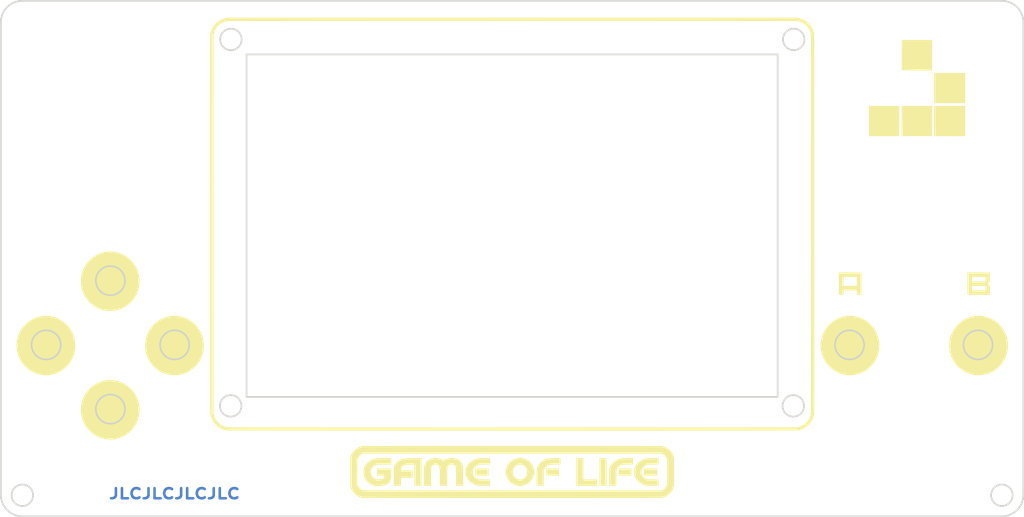
<source format=kicad_pcb>
(kicad_pcb (version 20241229) (generator "pcbnew") (generator_version "9.0")
  (layers (0 "F.Cu" signal) (2 "B.Cu" signal) (13 "F.Paste" user) (15 "B.Paste" user) (5 "F.SilkS" user "F.Silkscreen") (7 "B.SilkS" user "B.Silkscreen") (1 "F.Mask" user) (3 "B.Mask" user) (25 "Edge.Cuts" user))
  (net 0 "")
  (footprint "front panel:front" (layer "F.Cu") (at 123.75 79.2)
    (property "Reference" "G***" (hide yes))
    (property "Value" "LOGO" (hide yes))
    (fp_poly (pts (xy 11.158971 25.331151) (xy 11.164398 26.96764) (xy 10.74045 26.96764) (xy 10.316502 26.96764) (xy 10.321929 25.331151) (xy 10.327356 23.694662) (xy 10.74045 23.694662) (xy 11.153544 23.694662)) (fill yes) (layer "F.SilkS"))
    (fp_poly (pts (xy 17.138115 25.336447) (xy 17.138115 25.760133) (xy 16.354295 25.760133) (xy 15.570475 25.760133) (xy 15.570475 25.336447) (xy 15.570475 24.912761) (xy 16.354295 24.912761) (xy 17.138115 24.912761)) (fill yes) (layer "F.SilkS"))
    (fp_poly (pts (xy 45.758131 -16.174229) (xy 45.758131 -14.384153) (xy 43.968056 -14.384153) (xy 42.177981 -14.384153) (xy 42.177981 -16.174229) (xy 42.177981 -17.964304) (xy 43.968056 -17.964304) (xy 45.758131 -17.964304)) (fill yes) (layer "F.SilkS"))
    (fp_poly (pts (xy 53.553961 -20.072143) (xy 53.553961 -18.282068) (xy 51.721518 -18.282068) (xy 49.889074 -18.282068) (xy 49.889074 -20.072143) (xy 49.889074 -21.862219) (xy 51.721518 -21.862219) (xy 53.553961 -21.862219)) (fill yes) (layer "F.SilkS"))
    (fp_poly (pts (xy 53.553961 -16.174229) (xy 53.553961 -14.384153) (xy 51.721518 -14.384153) (xy 49.889074 -14.384153) (xy 49.889074 -16.174229) (xy 49.889074 -17.964304) (xy 51.721518 -17.964304) (xy 53.553961 -17.964304)) (fill yes) (layer "F.SilkS"))
    (fp_poly (pts (xy 8.410175 24.944537) (xy 8.410175 26.205004) (xy 9.215179 26.205004) (xy 10.020183 26.205004) (xy 10.020183 26.586322) (xy 10.020183 26.96764) (xy 8.802085 26.96764) (xy 7.583986 26.96764) (xy 7.583986 25.325855) (xy 7.583986 23.68407) (xy 7.997081 23.68407) (xy 8.410175 23.68407)) (fill yes) (layer "F.SilkS"))
    (fp_poly (pts (xy 49.656046 -16.174229) (xy 49.656046 -14.384153) (xy 47.841983 -14.384153) (xy 46.02792 -14.384153) (xy 46.041554 -15.872352) (xy 46.044054 -16.129222) (xy 46.046784 -16.38087) (xy 46.04968 -16.622936) (xy 46.052677 -16.851057) (xy 46.055709 -17.060872) (xy 46.058713 -17.248019) (xy 46.061623 -17.408137) (xy 46.064375 -17.536863) (xy 46.066905 -17.629837) (xy 46.068103 -17.662427) (xy 46.081018 -17.964304) (xy 47.868532 -17.964304) (xy 49.656046 -17.964304)) (fill yes) (layer "F.SilkS"))
    (fp_poly (pts (xy -2.796331 25.336447) (xy -2.796331 25.760133) (xy -3.566028 25.760133) (xy -3.742594 25.759758) (xy -3.905666 25.758688) (xy -4.050423 25.757012) (xy -4.172043 25.754815) (xy -4.265707 25.752186) (xy -4.326593 25.74921) (xy -4.349847 25.746011) (xy -4.354225 25.721373) (xy -4.358051 25.661118) (xy -4.361099 25.571995) (xy -4.363145 25.460755) (xy -4.363964 25.334146) (xy -4.36397 25.322324) (xy -4.36397 24.912761) (xy -3.58015 24.912761) (xy -2.796331 24.912761)) (fill yes) (layer "F.SilkS"))
    (fp_poly (pts (xy 5.529107 25.336447) (xy 5.529107 25.760133) (xy 4.791187 25.760133) (xy 4.618397 25.759742) (xy 4.459178 25.758628) (xy 4.318457 25.756885) (xy 4.201163 25.754606) (xy 4.112226 25.751883) (xy 4.056573 25.748807) (xy 4.039143 25.746011) (xy 4.034766 25.721373) (xy 4.03094 25.661118) (xy 4.027892 25.571995) (xy 4.025845 25.460755) (xy 4.025026 25.334146) (xy 4.025021 25.322324) (xy 4.025021 24.912761) (xy 4.777064 24.912761) (xy 5.529107 24.912761)) (fill yes) (layer "F.SilkS"))
    (fp_poly (pts (xy 14.108757 25.336447) (xy 14.108757 25.760133) (xy 13.370836 25.760133) (xy 13.198047 25.759742) (xy 13.038827 25.758628) (xy 12.898106 25.756885) (xy 12.780813 25.754606) (xy 12.691875 25.751883) (xy 12.636223 25.748807) (xy 12.618793 25.746011) (xy 12.614415 25.721373) (xy 12.61059 25.661118) (xy 12.607541 25.571995) (xy 12.605495 25.460755) (xy 12.604676 25.334146) (xy 12.60467 25.322324) (xy 12.60467 24.912761) (xy 13.356714 24.912761) (xy 14.108757 24.912761)) (fill yes) (layer "F.SilkS"))
    (fp_poly (pts (xy 41.28824 3.061134) (xy 41.28824 4.385154) (xy 41.012844 4.385154) (xy 40.737448 4.385154) (xy 40.737448 4.12035) (xy 40.737448 3.855546) (xy 39.953628 3.855546) (xy 39.169808 3.855546) (xy 39.169808 4.12035) (xy 39.169808 4.385154) (xy 38.894412 4.385154) (xy 38.619016 4.385154) (xy 38.619016 3.061134) (xy 38.619016 2.79633) (xy 39.169808 2.79633) (xy 39.169808 3.325938) (xy 39.953628 3.325938) (xy 40.737448 3.325938) (xy 40.737448 2.79633) (xy 40.737448 2.266722) (xy 39.953628 2.266722) (xy 39.169808 2.266722) (xy 39.169808 2.79633) (xy 38.619016 2.79633) (xy 38.619016 1.737114) (xy 39.953628 1.737114) (xy 41.28824 1.737114)) (fill yes) (layer "F.SilkS"))
    (fp_poly (pts (xy 49.65596 -24.208382) (xy 49.655756 -23.947527) (xy 49.655192 -23.692923) (xy 49.6543 -23.448697) (xy 49.653112 -23.218977) (xy 49.651658 -23.007891) (xy 49.649971 -22.819566) (xy 49.648082 -22.658131) (xy 49.646021 -22.527712) (xy 49.643822 -22.432439) (xy 49.642099 -22.38653) (xy 49.628324 -22.11643) (xy 49.499191 -22.119993) (xy 49.451683 -22.121091) (xy 49.366694 -22.122826) (xy 49.249107 -22.125107) (xy 49.103804 -22.127843) (xy 48.935666 -22.130943) (xy 48.749576 -22.134316) (xy 48.550416 -22.137871) (xy 48.374395 -22.14097) (xy 48.14146 -22.145084) (xy 47.895274 -22.149504) (xy 47.64459 -22.154068) (xy 47.398158 -22.158615) (xy 47.164733 -22.162981) (xy 46.953065 -22.167006) (xy 46.771909 -22.170528) (xy 46.716722 -22.171624) (xy 46.054712 -22.184864) (xy 46.054712 -23.972499) (xy 46.054712 -25.760133) (xy 47.855379 -25.760133) (xy 49.656046 -25.760133)) (fill yes) (layer "F.SilkS"))
    (fp_poly (pts (xy 56.477398 2.271448) (xy 56.477398 2.805782) (xy 56.350245 2.934075) (xy 56.223092 3.062368) (xy 56.350245 3.188194) (xy 56.477398 3.31402) (xy 56.477398 3.849587) (xy 56.477398 4.385154) (xy 55.153377 4.385154) (xy 53.829357 4.385154) (xy 53.829357 3.590742) (xy 54.358965 3.590742) (xy 54.358965 3.855546) (xy 55.153377 3.855546) (xy 55.94779 3.855546) (xy 55.94779 3.590742) (xy 55.94779 3.325938) (xy 55.153377 3.325938) (xy 54.358965 3.325938) (xy 54.358965 3.590742) (xy 53.829357 3.590742) (xy 53.829357 3.061134) (xy 53.829357 2.531526) (xy 54.358965 2.531526) (xy 54.358965 2.79633) (xy 55.153377 2.79633) (xy 55.94779 2.79633) (xy 55.94779 2.531526) (xy 55.94779 2.266722) (xy 55.153377 2.266722) (xy 54.358965 2.266722) (xy 54.358965 2.531526) (xy 53.829357 2.531526) (xy 53.829357 1.737114) (xy 55.153377 1.737114) (xy 56.477398 1.737114)) (fill yes) (layer "F.SilkS"))
    (fp_poly (pts (xy -10.740451 25.323707) (xy -10.740451 26.96764) (xy -11.153377 26.96764) (xy -11.566303 26.96764) (xy -11.571767 25.712469) (xy -11.577231 24.457298) (xy -11.937365 24.451055) (xy -12.072118 24.450271) (xy -12.206522 24.452218) (xy -12.328704 24.45654) (xy -12.426792 24.462878) (xy -12.465381 24.466989) (xy -12.644217 24.505069) (xy -12.802536 24.567482) (xy -12.936394 24.650897) (xy -13.041849 24.751983) (xy -13.114956 24.86741) (xy -13.151771 24.993846) (xy -13.155463 25.049778) (xy -13.155463 25.145788) (xy -12.466973 25.145788) (xy -11.778482 25.145788) (xy -11.778482 25.580067) (xy -11.778482 26.014345) (xy -12.466973 26.014345) (xy -13.155463 26.014345) (xy -13.155463 26.490992) (xy -13.155463 26.96764) (xy -13.579846 26.96764) (xy -14.004228 26.96764) (xy -13.998236 25.81839) (xy -13.992244 24.669141) (xy -13.926597 24.531443) (xy -13.810321 24.336219) (xy -13.659143 24.163952) (xy -13.474327 24.015524) (xy -13.257135 23.891818) (xy -13.00883 23.793715) (xy -12.784738 23.733402) (xy -12.737978 23.72501) (xy -12.677459 23.717827) (xy -12.59936 23.711703) (xy -12.499857 23.706489) (xy -12.375131 23.702034) (xy -12.221358 23.698187) (xy -12.034717 23.694798) (xy -11.811388 23.691718) (xy -11.688449 23.690287) (xy -10.740451 23.679773)) (fill yes) (layer "F.SilkS"))
    (fp_poly (pts (xy 5.698582 24.065388) (xy 5.698582 24.446706) (xy 5.129497 24.446706) (xy 4.927491 24.447434) (xy 4.762406 24.449977) (xy 4.628811 24.454875) (xy 4.521278 24.462665) (xy 4.434378 24.473886) (xy 4.362681 24.489076) (xy 4.300758 24.508774) (xy 4.24318 24.533519) (xy 4.24032 24.534897) (xy 4.129597 24.604152) (xy 4.016329 24.701904) (xy 3.911827 24.81661) (xy 3.827401 24.936727) (xy 3.803056 24.981149) (xy 3.72844 25.130296) (xy 3.72844 26.048968) (xy 3.72844 26.96764) (xy 3.304754 26.96764) (xy 2.881067 26.96764) (xy 2.881067 25.997612) (xy 2.881201 25.752572) (xy 2.881892 25.545695) (xy 2.883575 25.372774) (xy 2.886685 25.229604) (xy 2.891657 25.111978) (xy 2.898924 25.015691) (xy 2.908923 24.936537) (xy 2.922087 24.870309) (xy 2.938851 24.812802) (xy 2.959651 24.75981) (xy 2.98492 24.707127) (xy 3.015094 24.650547) (xy 3.021504 24.638851) (xy 3.162209 24.422861) (xy 3.333564 24.227409) (xy 3.529988 24.056419) (xy 3.745902 23.913812) (xy 3.975725 23.803511) (xy 4.213877 23.729438) (xy 4.350056 23.70508) (xy 4.411722 23.699834) (xy 4.508461 23.695065) (xy 4.632978 23.690972) (xy 4.777978 23.687752) (xy 4.936165 23.685603) (xy 5.100125 23.684724) (xy 5.698582 23.68407)) (fill yes) (layer "F.SilkS"))
    (fp_poly (pts (xy 14.278232 24.063264) (xy 14.278232 24.446706) (xy 13.709146 24.446706) (xy 13.507493 24.447425) (xy 13.342716 24.449946) (xy 13.20934 24.454815) (xy 13.10189 24.462579) (xy 13.014892 24.473783) (xy 12.942872 24.488975) (xy 12.880355 24.5087) (xy 12.821867 24.533504) (xy 12.817254 24.535697) (xy 12.727504 24.59209) (xy 12.628844 24.675811) (xy 12.531387 24.776331) (xy 12.44525 24.883121) (xy 12.380545 24.985651) (xy 12.375483 24.995585) (xy 12.30809 25.131371) (xy 12.30809 26.049505) (xy 12.30809 26.96764) (xy 11.884403 26.96764) (xy 11.460717 26.96764) (xy 11.460968 25.998457) (xy 11.461143 25.756712) (xy 11.461799 25.553079) (xy 11.46334 25.383302) (xy 11.466167 25.243123) (xy 11.470682 25.128287) (xy 11.47729 25.034537) (xy 11.486391 24.957617) (xy 11.498389 24.893269) (xy 11.513685 24.837237) (xy 11.532683 24.785265) (xy 11.555785 24.733097) (xy 11.583393 24.676475) (xy 11.586568 24.670101) (xy 11.718354 24.45235) (xy 11.885496 24.253804) (xy 12.084191 24.077498) (xy 12.310635 23.926464) (xy 12.561024 23.803735) (xy 12.763553 23.731692) (xy 12.804686 23.72217) (xy 12.862137 23.714213) (xy 12.940148 23.707602) (xy 13.042966 23.702117) (xy 13.174833 23.697539) (xy 13.339995 23.693647) (xy 13.542694 23.690223) (xy 13.573853 23.689775) (xy 14.278232 23.679823)) (fill yes) (layer "F.SilkS"))
    (fp_poly (pts (xy -39.764697 6.867496) (xy -39.511938 6.88645) (xy -39.279491 6.92035) (xy -39.201585 6.936587) (xy -38.835319 7.040908) (xy -38.490562 7.179869) (xy -38.16851 7.350929) (xy -37.870361 7.551545) (xy -37.597312 7.779174) (xy -37.350558 8.031276) (xy -37.131298 8.305308) (xy -36.940728 8.598728) (xy -36.780045 8.908994) (xy -36.650446 9.233563) (xy -36.553127 9.569895) (xy -36.489285 9.915446) (xy -36.460118 10.267675) (xy -36.466822 10.624039) (xy -36.510594 10.981997) (xy -36.59263 11.339007) (xy -36.714129 11.692526) (xy -36.835722 11.961546) (xy -37.025195 12.293839) (xy -37.245164 12.598937) (xy -37.492964 12.875421) (xy -37.765933 13.121867) (xy -38.061406 13.336856) (xy -38.37672 13.518964) (xy -38.709212 13.666772) (xy -39.056217 13.778858) (xy -39.415072 13.8538) (xy -39.783114 13.890176) (xy -40.157679 13.886567) (xy -40.398499 13.862762) (xy -40.765448 13.792817) (xy -41.118174 13.684519) (xy -41.454402 13.540162) (xy -41.771858 13.362042) (xy -42.068267 13.152454) (xy -42.341353 12.913694) (xy -42.588841 12.648056) (xy -42.808457 12.357837) (xy -42.997925 12.045331) (xy -43.15497 11.712834) (xy -43.277319 11.362641) (xy -43.362694 10.997047) (xy -43.385743 10.848807) (xy -43.400007 10.697782) (xy -43.407429 10.51964) (xy -43.408171 10.328474) (xy -43.402394 10.138374) (xy -43.390262 9.963431) (xy -43.374037 9.830553) (xy -43.293733 9.45486) (xy -43.176098 9.095716) (xy -43.02325 8.755283) (xy -42.83731 8.43572) (xy -42.620396 8.139189) (xy -42.374629 7.867849) (xy -42.102129 7.62386) (xy -41.805015 7.409385) (xy -41.485407 7.226581) (xy -41.145425 7.077611) (xy -40.787189 6.964634) (xy -40.502373 6.903891) (xy -40.274163 6.875858) (xy -40.023522 6.863846)) (fill yes) (layer "F.SilkS"))
    (fp_poly (pts (xy 40.278777 6.876845) (xy 40.477386 6.899704) (xy 40.502372 6.903797) (xy 40.871268 6.987196) (xy 41.221185 7.106717) (xy 41.550676 7.259915) (xy 41.858294 7.444342) (xy 42.142594 7.65755) (xy 42.402127 7.897092) (xy 42.635448 8.160521) (xy 42.841109 8.445389) (xy 43.017664 8.749249) (xy 43.163666 9.069653) (xy 43.277668 9.404155) (xy 43.358225 9.750306) (xy 43.403888 10.10566) (xy 43.413211 10.467768) (xy 43.384748 10.834184) (xy 43.317051 11.20246) (xy 43.227833 11.514379) (xy 43.08809 11.866696) (xy 42.912775 12.198266) (xy 42.70439 12.506926) (xy 42.465438 12.790513) (xy 42.198422 13.046866) (xy 41.905844 13.273823) (xy 41.590206 13.469222) (xy 41.25401 13.6309) (xy 40.899761 13.756695) (xy 40.531149 13.844231) (xy 40.39083 13.863676) (xy 40.223063 13.877584) (xy 40.040721 13.885682) (xy 39.856675 13.887695) (xy 39.683799 13.883351) (xy 39.534963 13.872375) (xy 39.487573 13.866435) (xy 39.126632 13.797146) (xy 38.787519 13.695827) (xy 38.461352 13.559639) (xy 38.344132 13.500869) (xy 38.018696 13.307463) (xy 37.721263 13.084272) (xy 37.452807 12.834139) (xy 37.214304 12.559907) (xy 37.00673 12.264421) (xy 36.831061 11.950524) (xy 36.688271 11.621059) (xy 36.579337 11.278871) (xy 36.505235 10.926802) (xy 36.466939 10.567698) (xy 36.465425 10.2044) (xy 36.501669 9.839754) (xy 36.576646 9.476602) (xy 36.691333 9.117789) (xy 36.772825 8.92079) (xy 36.947621 8.582057) (xy 37.156759 8.266073) (xy 37.397692 7.975501) (xy 37.66787 7.713) (xy 37.964744 7.481234) (xy 38.285767 7.282863) (xy 38.39658 7.225177) (xy 38.588489 7.134947) (xy 38.769576 7.062105) (xy 38.956443 7.00072) (xy 39.165691 6.944857) (xy 39.212176 6.93371) (xy 39.393494 6.900485) (xy 39.603356 6.877895) (xy 39.829219 6.866232) (xy 40.05854 6.865785)) (fill yes) (layer "F.SilkS"))
    (fp_poly (pts (xy -47.027072 14.498005) (xy -46.66168 14.573683) (xy -46.304668 14.690769) (xy -46.06137 14.796452) (xy -45.722372 14.981684) (xy -45.410026 15.199061) (xy -45.125839 15.446623) (xy -44.871322 15.722412) (xy -44.647982 16.024471) (xy -44.457328 16.350842) (xy -44.300869 16.699567) (xy -44.180113 17.068687) (xy -44.122655 17.312771) (xy -44.095297 17.49224) (xy -44.078013 17.700162) (xy -44.070797 17.923838) (xy -44.073642 18.150569) (xy -44.086541 18.367655) (xy -44.109488 18.562399) (xy -44.123346 18.640632) (xy -44.219426 19.016774) (xy -44.351568 19.374361) (xy -44.517698 19.71135) (xy -44.715743 20.025699) (xy -44.943629 20.315366) (xy -45.199282 20.578309) (xy -45.480628 20.812485) (xy -45.785594 21.015852) (xy -46.112105 21.186367) (xy -46.458089 21.321989) (xy -46.821471 21.420676) (xy -46.976231 21.450192) (xy -47.109325 21.467724) (xy -47.266562 21.480919) (xy -47.435147 21.489361) (xy -47.602286 21.492635) (xy -47.755183 21.490325) (xy -47.881044 21.482017) (xy -47.897748 21.480111) (xy -48.244099 21.420975) (xy -48.58215 21.330863) (xy -48.901909 21.212815) (xy -49.125143 21.107019) (xy -49.460448 20.907443) (xy -49.766869 20.677359) (xy -50.043285 20.418263) (xy -50.288575 20.131652) (xy -50.501617 19.819022) (xy -50.681291 19.481871) (xy -50.826475 19.121696) (xy -50.936047 18.739993) (xy -50.952111 18.668138) (xy -50.975325 18.525134) (xy -50.991876 18.351226) (xy -51.001685 18.157363) (xy -51.004672 17.954493) (xy -51.000758 17.753567) (xy -50.989864 17.565534) (xy -50.971911 17.401343) (xy -50.961734 17.339366) (xy -50.872062 16.968715) (xy -50.745824 16.615363) (xy -50.585311 16.281378) (xy -50.392815 15.968833) (xy -50.170627 15.679798) (xy -49.921039 15.416342) (xy -49.646342 15.180537) (xy -49.348827 14.974452) (xy -49.030785 14.800159) (xy -48.694509 14.659728) (xy -48.342288 14.55523) (xy -47.976415 14.488734) (xy -47.786531 14.470206) (xy -47.401728 14.463568)) (fill yes) (layer "F.SilkS"))
    (fp_poly (pts (xy 17.307589 24.061555) (xy 17.307589 24.443157) (xy 16.624395 24.450435) (xy 15.941201 24.457713) (xy 15.830024 24.516099) (xy 15.705316 24.597091) (xy 15.579858 24.705547) (xy 15.465925 24.829116) (xy 15.375795 24.955451) (xy 15.353454 24.995477) (xy 15.285129 25.165354) (xy 15.258529 25.329496) (xy 15.273691 25.489733) (xy 15.330651 25.647899) (xy 15.368048 25.715802) (xy 15.448792 25.828727) (xy 15.55091 25.942269) (xy 15.662111 26.044249) (xy 15.770107 26.122489) (xy 15.790347 26.134276) (xy 15.898832 26.194412) (xy 16.603211 26.200768) (xy 17.307589 26.207124) (xy 17.307589 26.587382) (xy 17.307589 26.96764) (xy 16.582026 26.965875) (xy 16.367115 26.964896) (xy 16.190358 26.962997) (xy 16.047549 26.96002) (xy 15.934479 26.955806) (xy 15.846942 26.950194) (xy 15.78073 26.943026) (xy 15.731636 26.934143) (xy 15.729357 26.933603) (xy 15.609889 26.895747) (xy 15.470284 26.836923) (xy 15.322832 26.763431) (xy 15.179827 26.681569) (xy 15.053561 26.597636) (xy 15.011755 26.565897) (xy 14.83477 26.403229) (xy 14.681534 26.217837) (xy 14.558045 26.018167) (xy 14.470299 25.812666) (xy 14.464806 25.7956) (xy 14.449512 25.741231) (xy 14.438822 25.686014) (xy 14.432171 25.621612) (xy 14.42899 25.539682) (xy 14.428712 25.431884) (xy 14.430692 25.294078) (xy 14.433638 25.157593) (xy 14.437342 25.055243) (xy 14.44283 24.978795) (xy 14.451127 24.920018) (xy 14.463256 24.870678) (xy 14.480243 24.822542) (xy 14.493392 24.790341) (xy 14.614726 24.555128) (xy 14.771825 24.339615) (xy 14.961386 24.147106) (xy 15.180106 23.980907) (xy 15.424681 23.844323) (xy 15.450991 23.832167) (xy 15.526028 23.79884) (xy 15.593295 23.771598) (xy 15.658161 23.749759) (xy 15.725999 23.73264) (xy 15.802179 23.719559) (xy 15.892073 23.709833) (xy 16.001052 23.70278) (xy 16.134487 23.697717) (xy 16.297749 23.693962) (xy 16.496211 23.690832) (xy 16.571434 23.689806) (xy 17.307589 23.679953)) (fill yes) (layer "F.SilkS"))
    (fp_poly (pts (xy -54.979078 6.876509) (xy -54.849614 6.878249) (xy -54.746276 6.881926) (xy -54.660948 6.888084) (xy -54.585513 6.89727) (xy -54.511854 6.910029) (xy -54.451165 6.922647) (xy -54.082608 7.02403) (xy -53.730794 7.162547) (xy -53.398212 7.335981) (xy -53.087351 7.542115) (xy -52.800701 7.778731) (xy -52.54075 8.043612) (xy -52.309987 8.33454) (xy -52.110902 8.649297) (xy -51.945982 8.985666) (xy -51.849629 9.240481) (xy -51.795293 9.41092) (xy -51.753603 9.562) (xy -51.722992 9.704159) (xy -51.701893 9.847834) (xy -51.688737 10.003462) (xy -51.681957 10.18148) (xy -51.68001 10.369725) (xy -51.68019 10.530492) (xy -51.681797 10.657421) (xy -51.685429 10.759035) (xy -51.691688 10.843856) (xy -51.701171 10.920407) (xy -51.714479 10.997211) (xy -51.729193 11.068807) (xy -51.788812 11.31546) (xy -51.858111 11.537807) (xy -51.943338 11.75377) (xy -52.03935 11.958549) (xy -52.226582 12.288772) (xy -52.444542 12.592514) (xy -52.690465 12.868293) (xy -52.961584 13.114624) (xy -53.255134 13.330022) (xy -53.568346 13.513005) (xy -53.898456 13.662089) (xy -54.242697 13.775789) (xy -54.598302 13.852621) (xy -54.962505 13.891102) (xy -55.33254 13.889748) (xy -55.592427 13.864457) (xy -55.967173 13.792454) (xy -56.327636 13.68156) (xy -56.671319 13.533585) (xy -56.995723 13.350335) (xy -57.298348 13.133618) (xy -57.576696 12.885241) (xy -57.828269 12.607012) (xy -58.050568 12.300738) (xy -58.241094 11.968227) (xy -58.256455 11.937364) (xy -58.406616 11.585624) (xy -58.515974 11.223686) (xy -58.58474 10.850535) (xy -58.613125 10.46516) (xy -58.611052 10.232592) (xy -58.575873 9.843577) (xy -58.500916 9.468923) (xy -58.386583 9.109545) (xy -58.233274 8.766359) (xy -58.041391 8.44028) (xy -57.811334 8.132223) (xy -57.58014 7.879282) (xy -57.297009 7.622452) (xy -56.998137 7.403672) (xy -56.68046 7.221272) (xy -56.340915 7.073579) (xy -55.976437 6.958922) (xy -55.827896 6.923027) (xy -55.751951 6.907265) (xy -55.679574 6.895439) (xy -55.602743 6.887001) (xy -55.513432 6.881401) (xy -55.403617 6.878091) (xy -55.265273 6.876521) (xy -55.142786 6.876159)) (fill yes) (layer "F.SilkS"))
    (fp_poly (pts (xy -3.240606 23.688627) (xy -3.230609 23.688721) (xy -2.616264 23.694662) (xy -2.610485 24.069123) (xy -2.604707 24.443583) (xy -3.288384 24.45044) (xy -3.97206 24.457298) (xy -4.09612 24.515413) (xy -4.207992 24.583122) (xy -4.324697 24.679895) (xy -4.435968 24.795209) (xy -4.531537 24.918541) (xy -4.59527 25.026944) (xy -4.633164 25.110833) (xy -4.654631 25.179561) (xy -4.664129 25.252838) (xy -4.666126 25.340291) (xy -4.663963 25.431677) (xy -4.65452 25.501224) (xy -4.63336 25.567585) (xy -4.596047 25.649411) (xy -4.589401 25.66292) (xy -4.512892 25.787469) (xy -4.410377 25.911686) (xy -4.293157 26.024047) (xy -4.172533 26.113028) (xy -4.118354 26.14326) (xy -4.088888 26.157223) (xy -4.059988 26.168467) (xy -4.026745 26.177369) (xy -3.984249 26.184308) (xy -3.927592 26.189661) (xy -3.851862 26.193804) (xy -3.752152 26.197117) (xy -3.623552 26.199975) (xy -3.461152 26.202758) (xy -3.315346 26.205004) (xy -2.616264 26.215596) (xy -2.610479 26.591618) (xy -2.604694 26.96764) (xy -3.341338 26.965875) (xy -3.557893 26.964908) (xy -3.736216 26.963041) (xy -3.880439 26.96012) (xy -3.994691 26.955991) (xy -4.083104 26.9505) (xy -4.149807 26.943495) (xy -4.198933 26.934821) (xy -4.203266 26.9338) (xy -4.362501 26.882239) (xy -4.535126 26.804084) (xy -4.710157 26.706074) (xy -4.876612 26.594946) (xy -5.023508 26.477438) (xy -5.139863 26.360289) (xy -5.141829 26.357965) (xy -5.24251 26.2265) (xy -5.335172 26.083208) (xy -5.410926 25.94268) (xy -5.449444 25.852936) (xy -5.472262 25.765264) (xy -5.489778 25.646246) (xy -5.501676 25.506609) (xy -5.507643 25.357082) (xy -5.507365 25.208391) (xy -5.500529 25.071265) (xy -5.486819 24.956431) (xy -5.477057 24.909819) (xy -5.40427 24.707089) (xy -5.29428 24.511538) (xy -5.152148 24.327344) (xy -4.982933 24.158689) (xy -4.791696 24.009752) (xy -4.583497 23.884716) (xy -4.363395 23.787759) (xy -4.13645 23.723063) (xy -4.016955 23.703502) (xy -3.950177 23.698271) (xy -3.848459 23.693954) (xy -3.719222 23.690692) (xy -3.569886 23.688624) (xy -3.407874 23.687889)) (fill yes) (layer "F.SilkS"))
    (fp_poly (pts (xy 55.369661 6.876196) (xy 55.548774 6.886292) (xy 55.706031 6.902069) (xy 55.82616 6.922338) (xy 56.201774 7.024788) (xy 56.551556 7.159967) (xy 56.878389 7.329447) (xy 57.185152 7.534798) (xy 57.474726 7.777593) (xy 57.580139 7.879282) (xy 57.834893 8.160072) (xy 58.052624 8.456668) (xy 58.235102 8.772379) (xy 58.384099 9.110512) (xy 58.501385 9.474373) (xy 58.556418 9.702419) (xy 58.578726 9.840146) (xy 58.594801 10.008726) (xy 58.604544 10.197086) (xy 58.607855 10.394157) (xy 58.604634 10.588868) (xy 58.594781 10.770148) (xy 58.578196 10.926927) (xy 58.568035 10.989065) (xy 58.475726 11.369838) (xy 58.347253 11.731704) (xy 58.184536 12.0727) (xy 57.989495 12.390863) (xy 57.764053 12.684229) (xy 57.510129 12.950836) (xy 57.229645 13.18872) (xy 56.924521 13.395918) (xy 56.596678 13.570466) (xy 56.248037 13.710401) (xy 55.880519 13.813761) (xy 55.784659 13.833902) (xy 55.591302 13.86307) (xy 55.372237 13.881558) (xy 55.142857 13.888964) (xy 54.918555 13.88489) (xy 54.714726 13.868934) (xy 54.667981 13.862931) (xy 54.377016 13.806623) (xy 54.077256 13.720298) (xy 53.780847 13.608583) (xy 53.499938 13.476107) (xy 53.246678 13.327498) (xy 53.225604 13.313455) (xy 52.918321 13.081283) (xy 52.640624 12.819523) (xy 52.393832 12.530153) (xy 52.179266 12.215146) (xy 51.998247 11.876479) (xy 51.852095 11.516126) (xy 51.74213 11.136064) (xy 51.727706 11.072289) (xy 51.706911 10.945539) (xy 51.691401 10.787389) (xy 51.68126 10.608116) (xy 51.67657 10.417997) (xy 51.677414 10.227309) (xy 51.683876 10.046331) (xy 51.696038 9.885339) (xy 51.713985 9.754611) (xy 51.716919 9.739527) (xy 51.81586 9.349456) (xy 51.948966 8.982389) (xy 52.115619 8.639746) (xy 52.3152 8.322947) (xy 52.359706 8.261885) (xy 52.515861 8.071679) (xy 52.700465 7.878063) (xy 52.902061 7.691651) (xy 53.109188 7.523054) (xy 53.305413 7.386027) (xy 53.554866 7.24522) (xy 53.831646 7.119228) (xy 54.121748 7.013559) (xy 54.411166 6.933721) (xy 54.507256 6.913375) (xy 54.640935 6.894018) (xy 54.80433 6.880691) (xy 54.987125 6.873325) (xy 55.179007 6.871851)) (fill yes) (layer "F.SilkS"))
    (fp_poly (pts (xy -47.375774 -0.728331) (xy -47.247718 -0.726047) (xy -47.144875 -0.72162) (xy -47.05867 -0.714446) (xy -46.980531 -0.70392) (xy -46.901886 -0.689439) (xy -46.865033 -0.681685) (xy -46.515498 -0.587697) (xy -46.175551 -0.460236) (xy -45.853942 -0.303089) (xy -45.55942 -0.120043) (xy -45.546289 -0.110794) (xy -45.405731 -0.001927) (xy -45.252257 0.132755) (xy -45.095757 0.283361) (xy -44.946123 0.44) (xy -44.813248 0.592782) (xy -44.715133 0.720267) (xy -44.51596 1.03717) (xy -44.35081 1.375994) (xy -44.221398 1.731372) (xy -44.12944 2.097937) (xy -44.076651 2.470322) (xy -44.063775 2.758173) (xy -44.083425 3.142743) (xy -44.14236 3.516054) (xy -44.238727 3.875822) (xy -44.370674 4.219759) (xy -44.536348 4.54558) (xy -44.733897 4.850998) (xy -44.961469 5.133729) (xy -45.21721 5.391485) (xy -45.499269 5.62198) (xy -45.805793 5.822929) (xy -46.134928 5.992046) (xy -46.484824 6.127044) (xy -46.853627 6.225637) (xy -46.877697 6.230627) (xy -46.991104 6.248475) (xy -47.134489 6.263154) (xy -47.296799 6.27427) (xy -47.466987 6.281427) (xy -47.634 6.284232) (xy -47.786789 6.282291) (xy -47.914304 6.275208) (xy -47.966192 6.269469) (xy -48.351312 6.19534) (xy -48.719477 6.08256) (xy -49.069695 5.9316) (xy -49.400973 5.742927) (xy -49.712317 5.517011) (xy -49.893934 5.359345) (xy -50.159682 5.084405) (xy -50.392249 4.783471) (xy -50.591005 4.457667) (xy -50.75532 4.10812) (xy -50.884564 3.735955) (xy -50.952844 3.467118) (xy -50.968777 3.389005) (xy -50.980714 3.315269) (xy -50.98921 3.237781) (xy -50.994814 3.148413) (xy -50.998081 3.039034) (xy -50.99956 2.901515) (xy -50.999829 2.775146) (xy -50.99793 2.56731) (xy -50.991227 2.391675) (xy -50.978214 2.238202) (xy -50.957387 2.096852) (xy -50.927238 1.957587) (xy -50.886262 1.810367) (xy -50.832953 1.645153) (xy -50.828224 1.631193) (xy -50.688096 1.282666) (xy -50.511987 0.952663) (xy -50.30267 0.643941) (xy -50.062918 0.35926) (xy -49.795502 0.101381) (xy -49.503196 -0.12694) (xy -49.188771 -0.32294) (xy -48.855001 -0.483863) (xy -48.612909 -0.573645) (xy -48.448703 -0.624854) (xy -48.302959 -0.663848) (xy -48.165132 -0.692149) (xy -48.024677 -0.711283) (xy -47.871048 -0.722774) (xy -47.693701 -0.728146) (xy -47.537615 -0.729075)) (fill yes) (layer "F.SilkS"))
    (fp_poly (pts (xy 1.199354 23.687279) (xy 1.447528 23.746613) (xy 1.687202 23.84399) (xy 1.789316 23.899397) (xy 1.891604 23.969743) (xy 2.005779 24.06478) (xy 2.121825 24.1746) (xy 2.229726 24.289296) (xy 2.319467 24.398961) (xy 2.369789 24.473571) (xy 2.436519 24.606153) (xy 2.498331 24.764524) (xy 2.54953 24.932111) (xy 2.584422 25.09234) (xy 2.586195 25.103419) (xy 2.603042 25.345954) (xy 2.580745 25.591033) (xy 2.521661 25.832668) (xy 2.428148 26.064869) (xy 2.302562 26.281648) (xy 2.14726 26.477016) (xy 1.986264 26.627788) (xy 1.825654 26.739722) (xy 1.640909 26.838881) (xy 1.450091 26.916249) (xy 1.347111 26.946747) (xy 1.202352 26.972798) (xy 1.033745 26.986742) (xy 0.856218 26.988586) (xy 0.684693 26.978336) (xy 0.534098 26.956002) (xy 0.49292 26.946344) (xy 0.343051 26.896706) (xy 0.180949 26.825589) (xy 0.02446 26.741351) (xy -0.060583 26.687119) (xy -0.221786 26.555441) (xy -0.373856 26.39116) (xy -0.509273 26.204009) (xy -0.620519 26.003722) (xy -0.662075 25.908424) (xy -0.730831 25.67952) (xy -0.762602 25.438648) (xy -0.760889 25.336447) (xy 0.075567 25.336447) (xy 0.07631 25.435536) (xy 0.081867 25.507675) (xy 0.095297 25.568244) (xy 0.119657 25.632625) (xy 0.146004 25.690663) (xy 0.239189 25.847406) (xy 0.359479 25.983289) (xy 0.499883 26.092652) (xy 0.65341 26.169839) (xy 0.781079 26.204634) (xy 0.86195 26.217416) (xy 0.919467 26.222429) (xy 0.971928 26.219675) (xy 1.037628 26.209158) (xy 1.06162 26.204685) (xy 1.233962 26.15166) (xy 1.388029 26.063872) (xy 1.520081 25.946354) (xy 1.626378 25.80414) (xy 1.703177 25.642264) (xy 1.746739 25.465762) (xy 1.753323 25.279666) (xy 1.752939 25.274375) (xy 1.719318 25.081422) (xy 1.650813 24.905672) (xy 1.550654 24.751545) (xy 1.422072 24.623463) (xy 1.268296 24.525846) (xy 1.178593 24.488291) (xy 1.04223 24.456441) (xy 0.893139 24.448045) (xy 0.750151 24.46338) (xy 0.683934 24.481002) (xy 0.5319 24.552745) (xy 0.388593 24.658554) (xy 0.262648 24.790127) (xy 0.162698 24.939162) (xy 0.124737 25.018682) (xy 0.09925 25.091487) (xy 0.08409 25.167486) (xy 0.076963 25.261503) (xy 0.075567 25.336447) (xy -0.760889 25.336447) (xy -0.758475 25.192423) (xy -0.719538 24.947463) (xy -0.646882 24.710384) (xy -0.541593 24.487804) (xy -0.40476 24.286338) (xy -0.392853 24.271776) (xy -0.212849 24.086598) (xy -0.009428 23.934015) (xy 0.212851 23.814807) (xy 0.449429 23.729751) (xy 0.695744 23.679626) (xy 0.947239 23.665209)) (fill yes) (layer "F.SilkS"))
    (fp_poly (pts (xy -14.304229 24.069402) (xy -14.298449 24.444142) (xy -15.172786 24.45072) (xy -16.047123 24.457298) (xy -16.174229 24.519228) (xy -16.284061 24.586945) (xy -16.399689 24.682002) (xy -16.509725 24.793011) (xy -16.602781 24.908583) (xy -16.663091 25.00809) (xy -16.693988 25.076721) (xy -16.712537 25.136647) (xy -16.721725 25.203305) (xy -16.724539 25.292132) (xy -16.724586 25.325855) (xy -16.722949 25.422032) (xy -16.71631 25.491345) (xy -16.701288 25.549265) (xy -16.674503 25.611266) (xy -16.652918 25.653895) (xy -16.573218 25.780564) (xy -16.469506 25.905973) (xy -16.35251 26.019203) (xy -16.232958 26.109338) (xy -16.170415 26.144909) (xy -16.037265 26.210459) (xy -15.745614 26.199435) (xy -15.565672 26.189049) (xy -15.423837 26.17164) (xy -15.316133 26.145116) (xy -15.238586 26.107387) (xy -15.187221 26.056362) (xy -15.158064 25.989949) (xy -15.147141 25.906057) (xy -15.146789 25.884382) (xy -15.146789 25.760133) (xy -15.570476 25.760133) (xy -15.994162 25.760133) (xy -15.994162 25.336447) (xy -15.994162 24.912761) (xy -15.146789 24.912761) (xy -14.299417 24.912761) (xy -14.299577 25.437073) (xy -14.301095 25.665658) (xy -14.306287 25.857022) (xy -14.316336 26.016238) (xy -14.332425 26.148382) (xy -14.355737 26.258527) (xy -14.387456 26.351746) (xy -14.428763 26.433115) (xy -14.480844 26.507708) (xy -14.544879 26.580597) (xy -14.572875 26.609186) (xy -14.689995 26.71262) (xy -14.817629 26.797377) (xy -14.960423 26.864739) (xy -15.123019 26.915987) (xy -15.310059 26.952404) (xy -15.526189 26.97527) (xy -15.77605 26.985868) (xy -15.941201 26.986885) (xy -16.101378 26.983873) (xy -16.238517 26.97674) (xy -16.345591 26.96596) (xy -16.401147 26.955958) (xy -16.581514 26.894518) (xy -16.766127 26.799244) (xy -16.945466 26.676373) (xy -17.110007 26.53214) (xy -17.204461 26.429947) (xy -17.297415 26.304839) (xy -17.387172 26.157216) (xy -17.46614 26.001498) (xy -17.526729 25.852104) (xy -17.551085 25.771571) (xy -17.56632 25.683145) (xy -17.576731 25.565155) (xy -17.582311 25.429046) (xy -17.58305 25.286262) (xy -17.578941 25.148247) (xy -17.569973 25.026447) (xy -17.55614 24.932305) (xy -17.551732 24.913721) (xy -17.475576 24.706166) (xy -17.361502 24.505397) (xy -17.213901 24.315983) (xy -17.037165 24.142495) (xy -16.835687 23.989501) (xy -16.613859 23.861572) (xy -16.484703 23.803524) (xy -16.420216 23.778228) (xy -16.359427 23.757171) (xy -16.297777 23.739966) (xy -16.230708 23.726227) (xy -16.153662 23.715568) (xy -16.062079 23.707603) (xy -15.951402 23.701945) (xy -15.81707 23.698208) (xy -15.654527 23.696007) (xy -15.459214 23.694954) (xy -15.22657 23.694664) (xy -15.19975 23.694662) (xy -14.310009 23.694662)) (fill yes) (layer "F.SilkS"))
    (fp_poly (pts (xy -7.007328 23.679558) (xy -6.793557 23.708661) (xy -6.673061 23.738498) (xy -6.47386 23.81601) (xy -6.293232 23.923442) (xy -6.137116 24.056) (xy -6.011451 24.208892) (xy -5.944223 24.326627) (xy -5.914951 24.389578) (xy -5.890078 24.447913) (xy -5.869247 24.505597) (xy -5.852098 24.566595) (xy -5.838276 24.634873) (xy -5.827422 24.714396) (xy -5.819179 24.809131) (xy -5.813188 24.923042) (xy -5.809092 25.060095) (xy -5.806534 25.224256) (xy -5.805155 25.41949) (xy -5.804598 25.649763) (xy -5.804504 25.875533) (xy -5.804504 26.96764) (xy -6.22819 26.96764) (xy -6.651877 26.96764) (xy -6.651877 25.920059) (xy -6.652382 25.645088) (xy -6.653878 25.404445) (xy -6.656338 25.199478) (xy -6.659735 25.03154) (xy -6.664044 24.901981) (xy -6.669235 24.812151) (xy -6.674949 24.764895) (xy -6.719991 24.642966) (xy -6.796419 24.549223) (xy -6.903611 24.484093) (xy -7.040944 24.448005) (xy -7.147485 24.440307) (xy -7.277663 24.445988) (xy -7.378746 24.468886) (xy -7.46181 24.512765) (xy -7.526015 24.568846) (xy -7.558924 24.602584) (xy -7.586747 24.633204) (xy -7.609932 24.664419) (xy -7.628927 24.699944) (xy -7.644178 24.743491) (xy -7.656134 24.798775) (xy -7.665243 24.869508) (xy -7.67195 24.959405) (xy -7.676705 25.072179) (xy -7.679954 25.211543) (xy -7.682145 25.381211) (xy -7.683726 25.584897) (xy -7.685143 25.826314) (xy -7.685522 25.892535) (xy -7.691728 26.96764) (xy -8.125097 26.96764) (xy -8.558466 26.96764) (xy -8.558466 25.932975) (xy -8.558576 25.68277) (xy -8.559133 25.471104) (xy -8.560478 25.294148) (xy -8.562953 25.148072) (xy -8.566899 25.029048) (xy -8.572656 24.933246) (xy -8.580567 24.856837) (xy -8.590971 24.795991) (xy -8.604211 24.74688) (xy -8.620626 24.705673) (xy -8.64056 24.668542) (xy -8.664352 24.631657) (xy -8.675891 24.614865) (xy -8.763148 24.525086) (xy -8.87779 24.466703) (xy -9.017778 24.440623) (xy -9.069551 24.439265) (xy -9.219735 24.456035) (xy -9.342519 24.504555) (xy -9.440508 24.58666) (xy -9.51631 24.704186) (xy -9.54607 24.775063) (xy -9.554968 24.80242) (xy -9.562466 24.834177) (xy -9.568717 24.87417) (xy -9.573873 24.926233) (xy -9.578089 24.994204) (xy -9.581518 25.081917) (xy -9.584314 25.193208) (xy -9.586629 25.331913) (xy -9.588617 25.501867) (xy -9.590433 25.706906) (xy -9.592043 25.924312) (xy -9.59935 26.96764) (xy -10.02161 26.96764) (xy -10.44387 26.96764) (xy -10.443502 25.881943) (xy -10.443267 25.618601) (xy -10.442514 25.393692) (xy -10.440886 25.203283) (xy -10.438028 25.043441) (xy -10.43358 24.910229) (xy -10.427186 24.799716) (xy -10.418489 24.707965) (xy -10.407132 24.631043) (xy -10.392757 24.565016) (xy -10.375007 24.50595) (xy -10.353525 24.44991) (xy -10.327954 24.392963) (xy -10.303775 24.343016) (xy -10.194157 24.167444) (xy -10.050444 24.013736) (xy -9.876442 23.884809) (xy -9.675953 23.783583) (xy -9.496941 23.723949) (xy -9.34462 23.695287) (xy -9.168046 23.680637) (xy -8.982956 23.680007) (xy -8.805085 23.693407) (xy -8.650168 23.720845) (xy -8.639938 23.723463) (xy -8.468097 23.779307) (xy -8.310278 23.851107) (xy -8.183631 23.930232) (xy -8.115969 23.980996) (xy -7.996308 23.897173) (xy -7.838082 23.8087) (xy -7.651396 23.741662) (xy -7.444924 23.697099) (xy -7.227343 23.676051)) (fill yes) (layer "F.SilkS"))
    (fp_poly (pts (xy -0.068849 22.243904) (xy 0.986288 22.243933) (xy 1.99987 22.243977) (xy 2.972707 22.244036) (xy 3.905613 22.244112) (xy 4.7994 22.244207) (xy 5.654881 22.244322) (xy 6.472867 22.244458) (xy 7.254172 22.244617) (xy 7.999607 22.2448) (xy 8.709986 22.245008) (xy 9.38612 22.245243) (xy 10.028821 22.245507) (xy 10.638904 22.2458) (xy 11.217178 22.246124) (xy 11.764459 22.246481) (xy 12.281556 22.246872) (xy 12.769284 22.247298) (xy 13.228454 22.24776) (xy 13.659878 22.248261) (xy 14.06437 22.2488) (xy 14.442742 22.249381) (xy 14.795806 22.250004) (xy 15.124374 22.250671) (xy 15.429259 22.251382) (xy 15.711273 22.25214) (xy 15.971229 22.252945) (xy 16.209939 22.2538) (xy 16.428215 22.254705) (xy 16.626871 22.255662) (xy 16.806718 22.256673) (xy 16.968568 22.257738) (xy 17.113235 22.258859) (xy 17.241531 22.260038) (xy 17.354267 22.261276) (xy 17.452257 22.262574) (xy 17.536313 22.263933) (xy 17.607246 22.265356) (xy 17.665871 22.266843) (xy 17.712999 22.268396) (xy 17.749442 22.270016) (xy 17.776013 22.271705) (xy 17.793524 22.273464) (xy 17.799788 22.274504) (xy 18.023378 22.342212) (xy 18.242627 22.447051) (xy 18.4514 22.583821) (xy 18.643561 22.747323) (xy 18.812974 22.932357) (xy 18.953503 23.133723) (xy 19.056205 23.339215) (xy 19.073162 23.382922) (xy 19.087955 23.42652) (xy 19.100733 23.473091) (xy 19.111642 23.525719) (xy 19.12083 23.587486) (xy 19.128444 23.661477) (xy 19.134631 23.750773) (xy 19.13954 23.858458) (xy 19.143317 23.987614) (xy 19.14611 24.141325) (xy 19.148066 24.322674) (xy 19.149333 24.534744) (xy 19.150057 24.780617) (xy 19.150387 25.063377) (xy 19.150465 25.31086) (xy 19.150396 25.61399) (xy 19.150085 25.877816) (xy 19.149473 26.105401) (xy 19.1485 26.299809) (xy 19.147108 26.464103) (xy 19.145239 26.601348) (xy 19.142832 26.714607) (xy 19.13983 26.806943) (xy 19.136173 26.881421) (xy 19.131802 26.941104) (xy 19.12666 26.989056) (xy 19.120685 27.02834) (xy 19.117098 27.047004) (xy 19.048933 27.276143) (xy 18.942687 27.498159) (xy 18.802604 27.707899) (xy 18.632925 27.900211) (xy 18.437893 28.069943) (xy 18.221751 28.211942) (xy 18.110713 28.269228) (xy 18.015757 28.3104) (xy 17.915271 28.348293) (xy 17.830381 28.374966) (xy 17.82745 28.375728) (xy 17.817003 28.377646) (xy 17.800333 28.379487) (xy 17.776608 28.381255) (xy 17.744998 28.382949) (xy 17.704672 28.384572) (xy 17.654798 28.386124) (xy 17.594546 28.387609) (xy 17.523084 28.389026) (xy 17.439581 28.390378) (xy 17.343205 28.391666) (xy 17.233127 28.392891) (xy 17.108514 28.394055) (xy 16.968535 28.39516) (xy 16.81236 28.396208) (xy 16.639158 28.397198) (xy 16.448096 28.398134) (xy 16.238345 28.399017) (xy 16.009072 28.399847) (xy 15.759447 28.400627) (xy 15.488638 28.401359) (xy 15.195816 28.402043) (xy 14.880147 28.402681) (xy 14.540802 28.403274) (xy 14.176948 28.403825) (xy 13.787756 28.404335) (xy 13.372393 28.404805) (xy 12.930029 28.405236) (xy 12.459833 28.405631) (xy 11.960973 28.40599) (xy 11.432618 28.406316) (xy 10.873938 28.406609) (xy 10.2841 28.406872) (xy 9.662274 28.407105) (xy 9.007629 28.407311) (xy 8.319334 28.40749) (xy 7.596557 28.407644) (xy 6.838468 28.407776) (xy 6.044235 28.407886) (xy 5.213026 28.407975) (xy 4.344012 28.408046) (xy 3.436361 28.408099) (xy 2.489241 28.408137) (xy 1.501822 28.408161) (xy 0.473272 28.408172) (xy -0.04557 28.408173) (xy -1.246647 28.408148) (xy -2.405829 28.408072) (xy -3.523098 28.407946) (xy -4.598438 28.407769) (xy -5.631831 28.407541) (xy -6.623262 28.407263) (xy -7.572711 28.406935) (xy -8.480164 28.406556) (xy -9.345603 28.406126) (xy -10.169011 28.405646) (xy -10.950372 28.405116) (xy -11.689667 28.404535) (xy -12.386882 28.403904) (xy -13.041997 28.403223) (xy -13.654998 28.402491) (xy -14.225866 28.401709) (xy -14.754585 28.400876) (xy -15.241138 28.399994) (xy -15.685508 28.399061) (xy -16.087678 28.398078) (xy -16.447631 28.397045) (xy -16.765351 28.395961) (xy -17.04082 28.394827) (xy -17.274022 28.393644) (xy -17.46494 28.39241) (xy -17.613556 28.391126) (xy -17.719854 28.389791) (xy -17.783818 28.388407) (xy -17.805422 28.386989) (xy -17.835704 28.368238) (xy -17.854336 28.365546) (xy -17.900796 28.35531) (xy -17.973915 28.328101) (xy -18.063887 28.28852) (xy -18.160906 28.241167) (xy -18.255166 28.190645) (xy -18.336862 28.141553) (xy -18.349519 28.133196) (xy -18.529214 27.994172) (xy -18.697306 27.829182) (xy -18.846916 27.646856) (xy -18.971167 27.455825) (xy -19.063179 27.26472) (xy -19.081412 27.214792) (xy -19.140034 27.041785) (xy -19.140034 25.294078) (xy -19.140034 24.8237) (xy -18.321441 24.8237) (xy -18.321171 25.116988) (xy -18.320133 25.415444) (xy -18.313845 26.808757) (xy -18.248463 26.946455) (xy -18.168328 27.082891) (xy -18.063219 27.214213) (xy -17.942356 27.331445) (xy -17.814958 27.42561) (xy -17.693937 27.486391) (xy -17.684326 27.488133) (xy -17.664634 27.489804) (xy -17.634063 27.491405) (xy -17.591818 27.492937) (xy -17.537102 27.494402) (xy -17.469118 27.495801) (xy -17.38707 27.497135) (xy -17.290161 27.498404) (xy -17.177596 27.499611) (xy -17.048577 27.500756) (xy -16.902309 27.50184) (xy -16.737995 27.502864) (xy -16.554838 27.503831) (xy -16.352042 27.50474) (xy -16.128811 27.505593) (xy -15.884348 27.50639) (xy -15.617857 27.507135) (xy -15.328541 27.507826) (xy -15.015604 27.508466) (xy -14.67825 27.509055) (xy -14.315682 27.509595) (xy -13.927103 27.510087) (xy -13.511718 27.510532) (xy -13.06873 27.510931) (xy -12.597342 27.511285) (xy -12.096757 27.511596) (xy -11.566181 27.511864) (xy -11.004816 27.51209) (xy -10.411865 27.512277) (xy -9.786532 27.512424) (xy -9.128022 27.512534) (xy -8.435537 27.512607) (xy -7.708281 27.512644) (xy -6.945457 27.512646) (xy -6.14627 27.512615) (xy -5.309923 27.512552) (xy -4.435618 27.512458) (xy -3.522561 27.512334) (xy -2.569954 27.512181) (xy -1.577002 27.512) (xy -0.542907 27.511792) (xy 0.0326 27.51167) (xy 17.679964 27.50784) (xy 17.803082 27.433695) (xy 17.926145 27.34409) (xy 18.047238 27.228536) (xy 18.154569 27.099914) (xy 18.236343 26.971106) (xy 18.247948 26.94782) (xy 18.313845 26.808757) (xy 18.313845 25.325409) (xy 18.313845 23.842062) (xy 18.241573 23.694217) (xy 18.163935 23.566769) (xy 18.060139 23.440906) (xy 17.941384 23.328048) (xy 17.818872 23.239617) (xy 17.769426 23.212719) (xy 17.649206 23.154462) (xy 0.000729 23.154462) (xy -17.647747 23.154462) (xy -17.779545 23.220942) (xy -17.89335 23.292657) (xy -18.008832 23.389962) (xy -18.114153 23.501073) (xy -18.197473 23.614203) (xy -18.225985 23.66537) (xy -18.262677 23.754744) (xy -18.293492 23.854114) (xy -18.304055 23.900765) (xy -18.309184 23.952071) (xy -18.313429 24.045156) (xy -18.316783 24.179441) (xy -18.319241 24.354347) (xy -18.320795 24.569293) (xy -18.321441 24.8237) (xy -19.140034 24.8237) (xy -19.140034 23.546372) (xy -19.083276 23.390993) (xy -19.016513 23.232173) (xy -18.935894 23.089758) (xy -18.83312 22.950683) (xy -18.727872 22.831443) (xy -18.569422 22.680659) (xy -18.39345 22.545534) (xy -18.209479 22.432116) (xy -18.02703 22.346454) (xy -17.898055 22.304351) (xy -17.839088 22.286139) (xy -17.801722 22.268639) (xy -17.794829 22.260716) (xy -17.773808 22.259877) (xy -17.711399 22.25905) (xy -17.608583 22.258235) (xy -17.466339 22.257432) (xy -17.285648 22.256643) (xy -17.067491 22.255869) (xy -16.812848 22.25511) (xy -16.5227 22.254368) (xy -16.198027 22.253643) (xy -15.839809 22.252937) (xy -15.449028 22.25225) (xy -15.026663 22.251583) (xy -14.573696 22.250937) (xy -14.091105 22.250314) (xy -13.579873 22.249713) (xy -13.040979 22.249137) (xy -12.475404 22.248585) (xy -11.884129 22.248059) (xy -11.268133 22.24756) (xy -10.628398 22.247089) (xy -9.965903 22.246646) (xy -9.28163 22.246232) (xy -8.576559 22.24585) (xy -7.851669 22.245498) (xy -7.107943 22.245179) (xy -6.346359 22.244893) (xy -5.567899 22.244641) (xy -4.773544 22.244425) (xy -3.964273 22.244244) (xy -3.141067 22.2441) (xy -2.304906 22.243995) (xy -1.456772 22.243928) (xy -0.597644 22.243901)) (fill yes) (layer "F.SilkS"))
    (fp_poly (pts (xy 33.960028 -28.341492) (xy 34.265305 -28.239037) (xy 34.541347 -28.107878) (xy 34.791929 -27.945869) (xy 35.020827 -27.750865) (xy 35.050068 -27.722099) (xy 35.253183 -27.491086) (xy 35.42143 -27.238389) (xy 35.556352 -26.961327) (xy 35.6558 -26.670503) (xy 35.706171 -26.490993) (xy 35.711537 -4.049874) (xy 35.716903 18.391245) (xy 35.673708 18.603205) (xy 35.592701 18.897739) (xy 35.474771 19.174789) (xy 35.322684 19.431696) (xy 35.139209 19.665802) (xy 34.927112 19.874448) (xy 34.68916 20.054974) (xy 34.428121 20.204721) (xy 34.146762 20.321031) (xy 33.84785 20.401245) (xy 33.791512 20.411799) (xy 33.780234 20.413144) (xy 33.761602 20.414451) (xy 33.735022 20.415718) (xy 33.699898 20.416948) (xy 33.655634 20.41814) (xy 33.601637 20.419295) (xy 33.53731 20.420413) (xy 33.462058 20.421496) (xy 33.375287 20.422543) (xy 33.276401 20.423555) (xy 33.164804 20.424533) (xy 33.039902 20.425477) (xy 32.9011 20.426387) (xy 32.747802 20.427265) (xy 32.579414 20.42811) (xy 32.395339 20.428923) (xy 32.194983 20.429705) (xy 31.977751 20.430456) (xy 31.743048 20.431176) (xy 31.490277 20.431867) (xy 31.218845 20.432529) (xy 30.928156 20.433162) (xy 30.617614 20.433766) (xy 30.286626 20.434343) (xy 29.934594 20.434892) (xy 29.560925 20.435415) (xy 29.165023 20.435912) (xy 28.746293 20.436382) (xy 28.30414 20.436828) (xy 27.837969 20.437249) (xy 27.347184 20.437646) (xy 26.83119 20.438019) (xy 26.289392 20.438369) (xy 25.721195 20.438696) (xy 25.126004 20.439001) (xy 24.503223 20.439285) (xy 23.852258 20.439547) (xy 23.172513 20.439789) (xy 22.463393 20.440011) (xy 21.724303 20.440213) (xy 20.954647 20.440396) (xy 20.153831 20.440561) (xy 19.32126 20.440708) (xy 18.456337 20.440837) (xy 17.558469 20.440949) (xy 16.627059 20.441045) (xy 15.661513 20.441125) (xy 14.661236 20.441189) (xy 13.625632 20.441238) (xy 12.554106 20.441273) (xy 11.446063 20.441294) (xy 10.300908 20.441302) (xy 9.118045 20.441297) (xy 7.89688 20.441279) (xy 6.636818 20.44125) (xy 5.337262 20.441209) (xy 3.997618 20.441158) (xy 2.617291 20.441096) (xy 1.195686 20.441024) (xy -0.018664 20.440957) (xy -1.498174 20.440868) (xy -2.93587 20.440771) (xy -4.332302 20.440665) (xy -5.688025 20.44055) (xy -7.003591 20.440426) (xy -8.279554 20.440292) (xy -9.516466 20.440148) (xy -10.71488 20.439992) (xy -11.875349 20.439825) (xy -12.998427 20.439647) (xy -14.084666 20.439456) (xy -15.134619 20.439252) (xy -16.14884 20.439034) (xy -17.12788 20.438803) (xy -18.072294 20.438558) (xy -18.982634 20.438298) (xy -19.859454 20.438022) (xy -20.703305 20.437731) (xy -21.514742 20.437424) (xy -22.294316 20.437099) (xy -23.042582 20.436758) (xy -23.760092 20.436399) (xy -24.4474 20.436022) (xy -25.105057 20.435626) (xy -25.733617 20.435211) (xy -26.333634 20.434777) (xy -26.90566 20.434322) (xy -27.450247 20.433847) (xy -27.96795 20.433351) (xy -28.459321 20.432833) (xy -28.924913 20.432294) (xy -29.365279 20.431731) (xy -29.780972 20.431146) (xy -30.172545 20.430538) (xy -30.540551 20.429905) (xy -30.885542 20.429248) (xy -31.208073 20.428566) (xy -31.508696 20.427859) (xy -31.787964 20.427126) (xy -32.04643 20.426366) (xy -32.284647 20.42558) (xy -32.503168 20.424766) (xy -32.702545 20.423924) (xy -32.883333 20.423055) (xy -33.046083 20.422156) (xy -33.19135 20.421228) (xy -33.319685 20.420271) (xy -33.431642 20.419283) (xy -33.527774 20.418265) (xy -33.608634 20.417215) (xy -33.674774 20.416134) (xy -33.726749 20.41502) (xy -33.76511 20.413874) (xy -33.790411 20.412695) (xy -33.803176 20.411488) (xy -34.109999 20.334998) (xy -34.398625 20.220271) (xy -34.668608 20.067544) (xy -34.919503 19.877049) (xy -35.050353 19.75511) (xy -35.257035 19.521563) (xy -35.425577 19.271076) (xy -35.558014 19.000169) (xy -35.649836 18.729473) (xy -35.706172 18.525688) (xy -35.711528 -3.915479) (xy -35.716883 -26.356647) (xy -35.715408 -26.363887) (xy -35.324854 -26.363887) (xy -35.324854 -3.982652) (xy -35.324854 18.398582) (xy -35.276507 18.589241) (xy -35.206622 18.804325) (xy -35.108376 19.02063) (xy -34.989908 19.221645) (xy -34.912141 19.328504) (xy -34.735045 19.518823) (xy -34.52716 19.686105) (xy -34.29547 19.826509) (xy -34.046957 19.936193) (xy -33.788604 20.011315) (xy -33.619517 20.039695) (xy -33.59161 20.040499) (xy -33.522214 20.041286) (xy -33.412201 20.042057) (xy -33.262444 20.04281) (xy -33.073815 20.043546) (xy -32.847187 20.044266) (xy -32.583433 20.044968) (xy -32.283426 20.045654) (xy -31.948037 20.046322) (xy -31.578141 20.046974) (xy -31.174608 20.047608) (xy -30.738313 20.048226) (xy -30.270127 20.048827) (xy -29.770924 20.049411) (xy -29.241576 20.049978) (xy -28.682955 20.050528) (xy -28.095935 20.051061) (xy -27.481388 20.051577) (xy -26.840186 20.052076) (xy -26.173203 20.052559) (xy -25.48131 20.053024) (xy -24.765382 20.053473) (xy -24.026289 20.053905) (xy -23.264906 20.05432) (xy -22.482104 20.054718) (xy -21.678756 20.055099) (xy -20.855735 20.055463) (xy -20.013914 20.055811) (xy -19.154165 20.056141) (xy -18.277361 20.056455) (xy -17.384374 20.056752) (xy -16.476078 20.057032) (xy -15.553344 20.057295) (xy -14.617046 20.057542) (xy -13.668056 20.057771) (xy -12.707247 20.057984) (xy -11.735492 20.05818) (xy -10.753662 20.058359) (xy -9.762631 20.058522) (xy -8.763272 20.058668) (xy -7.756457 20.058796) (xy -6.743059 20.058908) (xy -5.72395 20.059004) (xy -4.700003 20.059082) (xy -3.672091 20.059144) (xy -2.641086 20.059189) (xy -1.607861 20.059217) (xy -0.573289 20.059229) (xy 0.461757 20.059224) (xy 1.496406 20.059202) (xy 2.529784 20.059163) (xy 3.561018 20.059107) (xy 4.589237 20.059035) (xy 5.613566 20.058946) (xy 6.633135 20.058841) (xy 7.64707 20.058718) (xy 8.654498 20.058579) (xy 9.654546 20.058424) (xy 10.646343 20.058251) (xy 11.629015 20.058062) (xy 12.60169 20.057856) (xy 13.563495 20.057634) (xy 14.513557 20.057395) (xy 15.451004 20.057139) (xy 16.374964 20.056866) (xy 17.284562 20.056577) (xy 18.178928 20.056271) (xy 19.057188 20.055949) (xy 19.918469 20.05561) (xy 20.761899 20.055254) (xy 21.586605 20.054882) (xy 22.391714 20.054493) (xy 23.176355 20.054087) (xy 23.939653 20.053665) (xy 24.680738 20.053226) (xy 25.398735 20.052771) (xy 26.092772 20.052299) (xy 26.761977 20.05181) (xy 27.405477 20.051305) (xy 28.022399 20.050783) (xy 28.61187 20.050245) (xy 29.173019 20.04969) (xy 29.704972 20.049118) (xy 30.206856 20.04853) (xy 30.677799 20.047925) (xy 31.116929 20.047304) (xy 31.523372 20.046666) (xy 31.896257 20.046012) (xy 32.234709 20.045341) (xy 32.537858 20.044654) (xy 32.804829 20.04395) (xy 33.034751 20.043229) (xy 33.22675 20.042492) (xy 33.379955 20.041739) (xy 33.493491 20.040969) (xy 33.566488 20.040182) (xy 33.598072 20.039379) (xy 33.598887 20.039302) (xy 33.764684 20.014644) (xy 33.906685 19.982763) (xy 34.041564 19.938656) (xy 34.185995 19.877321) (xy 34.265638 19.8393) (xy 34.511909 19.69578) (xy 34.730083 19.521323) (xy 34.918233 19.318312) (xy 35.074432 19.089129) (xy 35.196754 18.836157) (xy 35.276506 18.589241) (xy 35.324854 18.398582) (xy 35.324854 -3.982652) (xy 35.324854 -26.363887) (xy 35.277328 -26.550337) (xy 35.186526 -26.825222) (xy 35.061193 -27.076734) (xy 34.90325 -27.30309) (xy 34.71462 -27.50251) (xy 34.497224 -27.673212) (xy 34.252985 -27.813413) (xy 33.983825 -27.921334) (xy 33.725438 -27.988677) (xy 33.698097 -27.989926) (xy 33.629258 -27.99115) (xy 33.519793 -27.992348) (xy 33.370572 -27.993519) (xy 33.182466 -27.994665) (xy 32.956347 -27.995785) (xy 32.693085 -27.996879) (xy 32.393551 -27.997946) (xy 32.058616 -27.998988) (xy 31.689152 -28.000004) (xy 31.286029 -28.000994) (xy 30.850118 -28.001958) (xy 30.38229 -28.002896) (xy 29.883416 -28.003809) (xy 29.354368 -28.004695) (xy 28.796015 -28.005555) (xy 28.20923 -28.006389) (xy 27.594883 -28.007198) (xy 26.953845 -28.00798) (xy 26.286987 -28.008736) (xy 25.59518 -28.009467) (xy 24.879295 -28.010171) (xy 24.140203 -28.01085) (xy 23.378775 -28.011502) (xy 22.595882 -28.012129) (xy 21.792395 -28.01273) (xy 20.969185 -28.013305) (xy 20.127122 -28.013853) (xy 19.267079 -28.014376) (xy 18.389926 -28.014873) (xy 17.496533 -28.015344) (xy 16.587773 -28.015789) (xy 15.664515 -28.016208) (xy 14.727631 -28.016601) (xy 13.777992 -28.016968) (xy 12.816468 -28.017309) (xy 11.843932 -28.017624) (xy 10.861253 -28.017914) (xy 9.869303 -28.018177) (xy 8.868953 -28.018414) (xy 7.861073 -28.018626) (xy 6.846535 -28.018811) (xy 5.82621 -28.018971) (xy 4.800968 -28.019104) (xy 3.771682 -28.019212) (xy 2.73922 -28.019293) (xy 1.704456 -28.019349) (xy 0.668259 -28.019379) (xy -0.3685 -28.019382) (xy -1.404949 -28.01936) (xy -2.440217 -28.019312) (xy -3.473434 -28.019238) (xy -4.503728 -28.019138) (xy -5.530229 -28.019012) (xy -6.552065 -28.01886) (xy -7.568366 -28.018682) (xy -8.57826 -28.018478) (xy -9.580877 -28.018248) (xy -10.575346 -28.017993) (xy -11.560795 -28.017711) (xy -12.536354 -28.017403) (xy -13.501151 -28.017069) (xy -14.454316 -28.01671) (xy -15.394978 -28.016324) (xy -16.322265 -28.015913) (xy -17.235307 -28.015475) (xy -18.133233 -28.015012) (xy -19.015171 -28.014523) (xy -19.880251 -28.014007) (xy -20.727602 -28.013466) (xy -21.556353 -28.012899) (xy -22.365632 -28.012305) (xy -23.15457 -28.011686) (xy -23.922294 -28.011041) (xy -24.667934 -28.01037) (xy -25.390618 -28.009673) (xy -26.089477 -28.00895) (xy -26.763639 -28.008201) (xy -27.412232 -28.007426) (xy -28.034387 -28.006626) (xy -28.629231 -28.005799) (xy -29.195894 -28.004946) (xy -29.733505 -28.004067) (xy -30.241194 -28.003163) (xy -30.718088 -28.002232) (xy -31.163317 -28.001276) (xy -31.57601 -28.000293) (xy -31.955297 -27.999285) (xy -32.300305 -27.99825) (xy -32.610164 -27.99719) (xy -32.884004 -27.996104) (xy -33.120953 -27.994991) (xy -33.320139 -27.993853) (xy -33.480693 -27.992689) (xy -33.601744 -27.991499) (xy -33.682419 -27.990283) (xy -33.721848 -27.989041) (xy -33.725438 -27.988677) (xy -34.015119 -27.910919) (xy -34.281586 -27.799298) (xy -34.522917 -27.655595) (xy -34.73719 -27.481592) (xy -34.922482 -27.27907) (xy -35.076872 -27.04981) (xy -35.198437 -26.795595) (xy -35.277329 -26.550337) (xy -35.324854 -26.363887) (xy -35.715408 -26.363887) (xy -35.673699 -26.568558) (xy -35.592698 -26.861608) (xy -35.473318 -27.140285) (xy -35.318235 -27.400681) (xy -35.130124 -27.63889) (xy -34.911663 -27.851003) (xy -34.674511 -28.027335) (xy -34.482286 -28.140643) (xy -34.286268 -28.232256) (xy -34.070916 -28.309005) (xy -33.960029 -28.341492) (xy -33.757215 -28.397581) (xy 0 -28.397581) (xy 33.757214 -28.397581)) (fill yes) (layer "F.SilkS"))
  )
  (gr_line (start 155.1324 95.653) (end 92.3324 95.653) (stroke (width 0.2)) (layer "Edge.Cuts"))
  (gr_line (start 63.2804 51.3592) (end 63.2804 107.2292) (stroke (width 0.2)) (layer "Edge.Cuts"))
  (gr_circle (center 123.7324 75.403) (end 123.7424 75.403) (stroke (width 0.0001)) (fill yes) (layer "Edge.Cuts"))
  (gr_circle (center 178.825 89.5) (end 180.55 89.5) (stroke (width 0.2)) (fill no) (layer "Edge.Cuts"))
  (gr_arc (start 65.8204 109.7692) (mid 64.024349 109.025251) (end 63.2804 107.2292) (stroke (width 0.2)) (layer "Edge.Cuts"))
  (gr_circle (center 90.4584 96.7136) (end 91.7284 96.7136) (stroke (width 0.2)) (fill no) (layer "Edge.Cuts"))
  (gr_circle (center 83.829 89.5) (end 85.554 89.5) (stroke (width 0.2)) (fill no) (layer "Edge.Cuts"))
  (gr_circle (center 76.2344 81.9054) (end 77.9594 81.9054) (stroke (width 0.2)) (fill no) (layer "Edge.Cuts"))
  (gr_arc (start 184.1846 107.2292) (mid 183.440651 109.025251) (end 181.6446 109.7692) (stroke (width 0.2)) (layer "Edge.Cuts"))
  (gr_circle (center 76.2344 97.0946) (end 77.9594 97.0946) (stroke (width 0.2)) (fill no) (layer "Edge.Cuts"))
  (gr_arc (start 63.2804 51.3592) (mid 64.024349 49.563149) (end 65.8204 48.8192) (stroke (width 0.2)) (layer "Edge.Cuts"))
  (gr_arc (start 181.6446 48.8192) (mid 183.440651 49.563149) (end 184.1846 51.3592) (stroke (width 0.2)) (layer "Edge.Cuts"))
  (gr_line (start 92.3324 55.153) (end 155.1324 55.153) (stroke (width 0.2)) (layer "Edge.Cuts"))
  (gr_circle (center 90.4838 53.3812) (end 91.7538 53.3812) (stroke (width 0.2)) (fill no) (layer "Edge.Cuts"))
  (gr_circle (center 156.981 96.7136) (end 158.251 96.7136) (stroke (width 0.2)) (fill no) (layer "Edge.Cuts"))
  (gr_line (start 181.6446 48.8192) (end 65.8204 48.8192) (stroke (width 0.2)) (layer "Edge.Cuts"))
  (gr_circle (center 163.6358 89.5) (end 165.3608 89.5) (stroke (width 0.2)) (fill no) (layer "Edge.Cuts"))
  (gr_line (start 184.1846 107.2292) (end 184.1846 51.3592) (stroke (width 0.2)) (layer "Edge.Cuts"))
  (gr_circle (center 181.6444 107.28) (end 182.9144 107.28) (stroke (width 0.2)) (fill no) (layer "Edge.Cuts"))
  (gr_line (start 92.3324 95.653) (end 92.3324 55.153) (stroke (width 0.2)) (layer "Edge.Cuts"))
  (gr_line (start 65.8204 109.7692) (end 181.6446 109.7692) (stroke (width 0.2)) (layer "Edge.Cuts"))
  (gr_line (start 155.1324 55.153) (end 155.1324 95.653) (stroke (width 0.2)) (layer "Edge.Cuts"))
  (gr_circle (center 65.8204 107.28) (end 67.0904 107.28) (stroke (width 0.2)) (fill no) (layer "Edge.Cuts"))
  (gr_circle (center 68.6398 89.5) (end 70.3648 89.5) (stroke (width 0.2)) (fill no) (layer "Edge.Cuts"))
  (gr_circle (center 157.0318 53.3812) (end 158.3018 53.3812) (stroke (width 0.2)) (fill no) (layer "Edge.Cuts"))
  (gr_text "JLCJLCJLCJLC" (at 75.9 107.8 0) (layer "B.Cu") (effects (font (size 1.2 1.5) (thickness 0.3) (bold yes)) (justify left bottom)))
)
</source>
